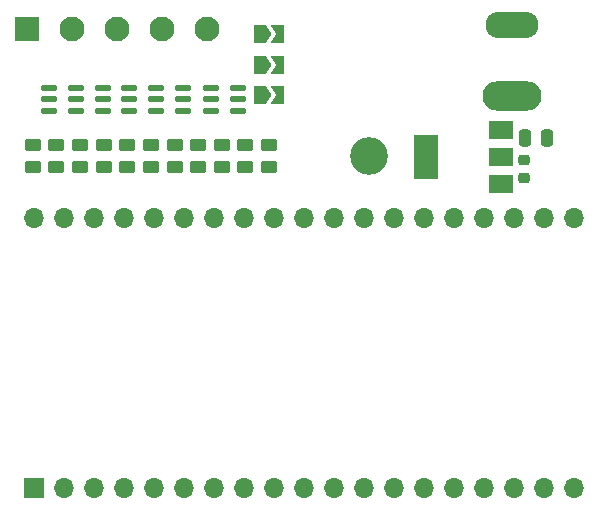
<source format=gbr>
%TF.GenerationSoftware,KiCad,Pcbnew,(6.0.0)*%
%TF.CreationDate,2022-01-02T06:53:01+08:00*%
%TF.ProjectId,NodeMCU-32S-RGBWA-LED-driver,4e6f6465-4d43-4552-9d33-32532d524742,1*%
%TF.SameCoordinates,PX68d6610PY3c42a2c*%
%TF.FileFunction,Soldermask,Top*%
%TF.FilePolarity,Negative*%
%FSLAX46Y46*%
G04 Gerber Fmt 4.6, Leading zero omitted, Abs format (unit mm)*
G04 Created by KiCad (PCBNEW (6.0.0)) date 2022-01-02 06:53:01*
%MOMM*%
%LPD*%
G01*
G04 APERTURE LIST*
G04 Aperture macros list*
%AMRoundRect*
0 Rectangle with rounded corners*
0 $1 Rounding radius*
0 $2 $3 $4 $5 $6 $7 $8 $9 X,Y pos of 4 corners*
0 Add a 4 corners polygon primitive as box body*
4,1,4,$2,$3,$4,$5,$6,$7,$8,$9,$2,$3,0*
0 Add four circle primitives for the rounded corners*
1,1,$1+$1,$2,$3*
1,1,$1+$1,$4,$5*
1,1,$1+$1,$6,$7*
1,1,$1+$1,$8,$9*
0 Add four rect primitives between the rounded corners*
20,1,$1+$1,$2,$3,$4,$5,0*
20,1,$1+$1,$4,$5,$6,$7,0*
20,1,$1+$1,$6,$7,$8,$9,0*
20,1,$1+$1,$8,$9,$2,$3,0*%
%AMFreePoly0*
4,1,6,0.500000,-0.750000,-0.650000,-0.750000,-0.150000,0.000000,-0.650000,0.750000,0.500000,0.750000,0.500000,-0.750000,0.500000,-0.750000,$1*%
%AMFreePoly1*
4,1,6,1.000000,0.000000,0.500000,-0.750000,-0.500000,-0.750000,-0.500000,0.750000,0.500000,0.750000,1.000000,0.000000,1.000000,0.000000,$1*%
G04 Aperture macros list end*
%ADD10R,1.700000X1.700000*%
%ADD11O,1.700000X1.700000*%
%ADD12RoundRect,0.250000X0.450000X-0.262500X0.450000X0.262500X-0.450000X0.262500X-0.450000X-0.262500X0*%
%ADD13FreePoly0,0.000000*%
%ADD14FreePoly1,0.000000*%
%ADD15C,3.200000*%
%ADD16R,2.000000X3.800000*%
%ADD17R,2.000000X1.500000*%
%ADD18RoundRect,0.125000X-0.587500X-0.125000X0.587500X-0.125000X0.587500X0.125000X-0.587500X0.125000X0*%
%ADD19RoundRect,0.225000X-0.250000X0.225000X-0.250000X-0.225000X0.250000X-0.225000X0.250000X0.225000X0*%
%ADD20RoundRect,0.250000X-0.250000X-0.475000X0.250000X-0.475000X0.250000X0.475000X-0.250000X0.475000X0*%
%ADD21R,2.100000X2.100000*%
%ADD22C,2.100000*%
%ADD23O,5.000000X2.500000*%
%ADD24O,4.500000X2.250000*%
G04 APERTURE END LIST*
D10*
%TO.C,U1*%
X2910000Y-46842500D03*
D11*
X5450000Y-46842500D03*
X7990000Y-46842500D03*
X10530000Y-46842500D03*
X13070000Y-46842500D03*
X15610000Y-46842500D03*
X18150000Y-46842500D03*
X20690000Y-46842500D03*
X23230000Y-46842500D03*
X25770000Y-46842500D03*
X28310000Y-46842500D03*
X30850000Y-46842500D03*
X33390000Y-46842500D03*
X35930000Y-46842500D03*
X38470000Y-46842500D03*
X41010000Y-46842500D03*
X43550000Y-46842500D03*
X46090000Y-46842500D03*
X48630000Y-46842500D03*
X48630000Y-23982500D03*
X46090000Y-23982500D03*
X43550000Y-23982500D03*
X41010000Y-23982500D03*
X38470000Y-23982500D03*
X35930000Y-23982500D03*
X33390000Y-23982500D03*
X30850000Y-23982500D03*
X28310000Y-23982500D03*
X25770000Y-23982500D03*
X23230000Y-23982500D03*
X20690000Y-23982500D03*
X18150000Y-23982500D03*
X15610000Y-23982500D03*
X13070000Y-23982500D03*
X10530000Y-23982500D03*
X7990000Y-23982500D03*
X5450000Y-23982500D03*
X2910000Y-23982500D03*
%TD*%
D12*
%TO.C,R6*%
X12820000Y-19675000D03*
X12820000Y-17850000D03*
%TD*%
%TO.C,R11*%
X22820000Y-19675000D03*
X22820000Y-17850000D03*
%TD*%
D13*
%TO.C,JP3*%
X23545000Y-13562500D03*
D14*
X22095000Y-13562500D03*
%TD*%
D12*
%TO.C,R2*%
X10820000Y-19675000D03*
X10820000Y-17850000D03*
%TD*%
%TO.C,R7*%
X18820000Y-19675000D03*
X18820000Y-17850000D03*
%TD*%
D15*
%TO.C,REF\u002A\u002A*%
X31270000Y-18712500D03*
%TD*%
D13*
%TO.C,JP2*%
X23545000Y-11012500D03*
D14*
X22095000Y-11012500D03*
%TD*%
D16*
%TO.C,U2*%
X36120000Y-18862500D03*
D17*
X42420000Y-18862500D03*
X42420000Y-16562500D03*
X42420000Y-21162500D03*
%TD*%
D12*
%TO.C,R5*%
X2820000Y-19675000D03*
X2820000Y-17850000D03*
%TD*%
%TO.C,R4*%
X20820000Y-19675000D03*
X20820000Y-17850000D03*
%TD*%
%TO.C,R3*%
X16820000Y-19675000D03*
X16820000Y-17850000D03*
%TD*%
D18*
%TO.C,Q1*%
X4182500Y-13012500D03*
X6457500Y-13962500D03*
X6457500Y-13012500D03*
X4182500Y-13962500D03*
X4182500Y-14912500D03*
X6457500Y-14912500D03*
%TD*%
D12*
%TO.C,R8*%
X6820000Y-19675000D03*
X6820000Y-17850000D03*
%TD*%
D18*
%TO.C,Q2*%
X8732500Y-13012500D03*
X11007500Y-13962500D03*
X11007500Y-13012500D03*
X8732500Y-13962500D03*
X8732500Y-14912500D03*
X11007500Y-14912500D03*
%TD*%
%TO.C,Q4*%
X17882500Y-13012500D03*
X20157500Y-13962500D03*
X20157500Y-13012500D03*
X17882500Y-13962500D03*
X17882500Y-14912500D03*
X20157500Y-14912500D03*
%TD*%
D13*
%TO.C,JP1*%
X23545000Y-8462500D03*
D14*
X22095000Y-8462500D03*
%TD*%
D12*
%TO.C,R9*%
X8820000Y-19675000D03*
X8820000Y-17850000D03*
%TD*%
D19*
%TO.C,C2*%
X44420000Y-19087500D03*
X44420000Y-20637500D03*
%TD*%
D18*
%TO.C,Q3*%
X13282500Y-13012500D03*
X15557500Y-13962500D03*
X15557500Y-13012500D03*
X13282500Y-13962500D03*
X13282500Y-14912500D03*
X15557500Y-14912500D03*
%TD*%
D20*
%TO.C,C1*%
X44470000Y-17262500D03*
X46370000Y-17262500D03*
%TD*%
D12*
%TO.C,R1*%
X4820000Y-19675000D03*
X4820000Y-17850000D03*
%TD*%
%TO.C,R10*%
X14820000Y-19675000D03*
X14820000Y-17850000D03*
%TD*%
D21*
%TO.C,J2*%
X2300000Y-8000000D03*
D22*
X6110000Y-8000000D03*
X9920000Y-8000000D03*
X13730000Y-8000000D03*
X17540000Y-8000000D03*
%TD*%
D23*
%TO.C,J1*%
X43370000Y-13650000D03*
D24*
X43370000Y-7650000D03*
%TD*%
M02*

</source>
